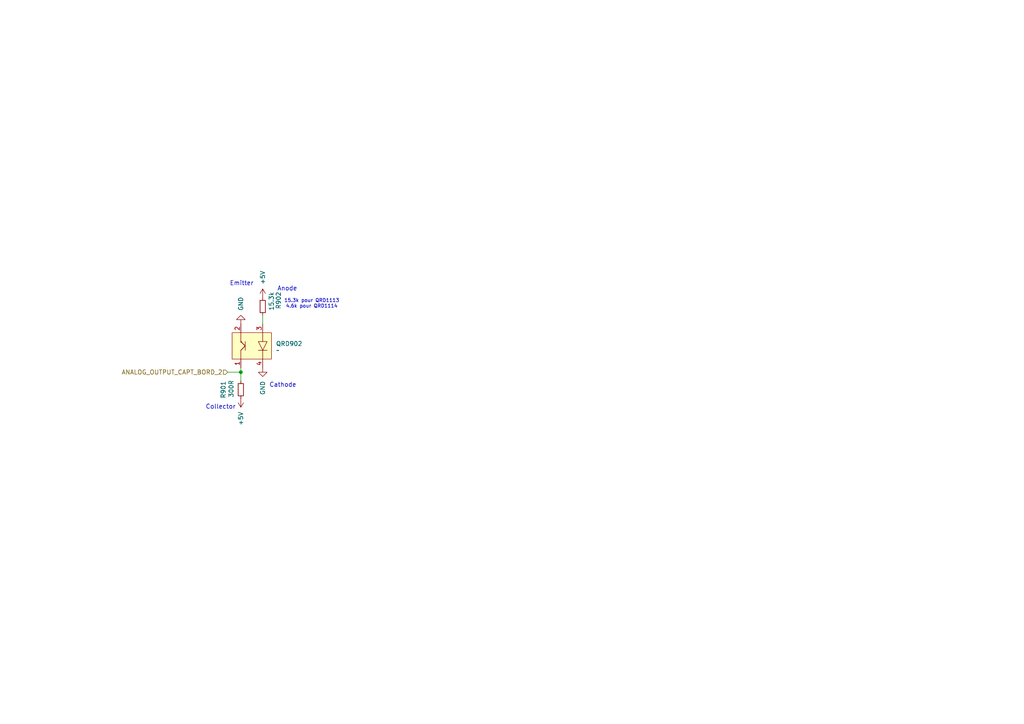
<source format=kicad_sch>
(kicad_sch (version 20231120) (generator "eeschema") (generator_version "8.0")
  (paper "A4")
  (lib_symbols
    (symbol "Device:R_Small" (pin_numbers hide) (pin_names (offset 0.254) hide)
      (property "Reference" "R" (at 0.762 0.508 0))
      (property "Value" "R_Small" (at 0.762 -1.016 0))
      (symbol "R_Small_0_1"
        (rectangle (start -0.762 1.778) (end 0.762 -1.778) (stroke (width 0.2032)))
      )
      (symbol "R_Small_1_1"
        (pin passive line (at 0 2.54 270) (length 0.762) (name "~") (number "1"))
        (pin passive line (at 0 -2.54 90) (length 0.762) (name "~") (number "2"))
      )
    )
    (symbol "QRD1113_1"
      (property "Reference" "QRD1113" (at 0 0 0))
      (symbol "QRD1113_1_1_1"
        (rectangle (start -17.78 3.81) (end -6.35 -3.81) (fill (type background)))
        (polyline (pts (xy -15.24 1.27) (xy -15.24 1.016) (xy -15.24 1.27) (xy -14.986 1.27)))
        (polyline (pts (xy -15.24 3.81) (xy -15.24 1.27) (xy -13.97 0) (xy -15.24 -1.27) (xy -15.24 -3.81) (xy -15.24 -1.27)))
        (polyline (pts (xy -13.97 1.27) (xy -13.97 -1.27) (xy -13.97 0) (xy -15.24 -1.27) (xy -13.97 0) (xy -15.24 1.27)))
        (polyline (pts (xy -8.89 3.81) (xy -8.89 1.27) (xy -7.62 1.27) (xy -8.89 -1.27) (xy -10.16 1.27) (xy -8.89 1.27) (xy -7.62 1.27) (xy -8.89 -1.27) (xy -10.16 -1.27) (xy -7.62 -1.27) (xy -8.89 -1.27) (xy -8.89 -3.81)))
        (pin bidirectional line (at -15.24 -3.81 270) (length 2.54) (name "") (number "1"))
        (pin bidirectional line (at -15.24 3.81 90) (length 2.54) (name "") (number "2"))
        (pin bidirectional line (at -8.89 3.81 90) (length 2.54) (name "") (number "3"))
        (pin bidirectional line (at -8.89 -3.81 270) (length 2.54) (name "") (number "4"))
      )
    )
    (symbol "power:+5V" (power) (pin_numbers hide) (pin_names (offset 0) hide)
      (property "Value" "+5V" (at 0 3.556 0))
      (symbol "+5V_0_1"
        (polyline (pts (xy -0.762 1.27) (xy 0 2.54)))
        (polyline (pts (xy 0 0) (xy 0 2.54)))
        (polyline (pts (xy 0 2.54) (xy 0.762 1.27)))
      )
      (symbol "+5V_1_1"
        (pin power_in line (at 0 0 90) (length 0) (name "~") (number "1"))
      )
    )
    (symbol "power:GND" (power) (pin_numbers hide) (pin_names (offset 0) hide)
      (property "Value" "GND" (at 0 -3.81 0))
      (symbol "GND_0_1"
        (polyline (pts (xy 0 0) (xy 0 -1.27) (xy 1.27 -1.27) (xy 0 -2.54) (xy -1.27 -1.27) (xy 0 -1.27)))
      )
      (symbol "GND_1_1"
        (pin power_in line (at 0 0 270) (length 0) (name "~") (number "1"))
      )
    )
  )
  (junction (at 69.85 107.95))
  (wire (pts (xy 69.85 106.68) (xy 69.85 107.95)))
  (wire (pts (xy 76.2 91.44) (xy 76.2 93.98)))
  (wire (pts (xy 66.04 107.95) (xy 69.85 107.95)))
  (wire (pts (xy 69.85 107.95) (xy 69.85 110.49)))
  (text "Emitter" (at 70.104 82.296 0) (effects (font (size 1.27 1.27))))
  (text "Cathode" (at 82.042 111.76 0) (effects (font (size 1.27 1.27))))
  (text "Anode" (at 83.312 83.82 0) (effects (font (size 1.27 1.27))))
  (text "Collector" (at 64.008 118.11 0) (effects (font (size 1.27 1.27))))
  (text "15.3k pour QRD1113\n4.6k pour QRD1114\n" (at 90.424 88.138 0) (effects (font (size 1 1))))
  (hierarchical_label "ANALOG_OUTPUT_CAPT_BORD_2" (shape input) (at 66.04 107.95 180))
  (symbol (lib_id "Device:R_Small") (at 69.85 113.03 180) (unit 1)
    (property "Reference" "R901" (at 64.77 113.03 90))
    (property "Value" "300R" (at 67.056 112.776 90))
    (property "Description" "Resistor, small symbol" (effects (hide yes)))
  )
  (symbol (lib_id "Device:R_Small") (at 76.2 88.9 180) (unit 1)
    (property "Reference" "R902" (at 80.772 87.122 90))
    (property "Value" "15.3k" (at 78.74 87.376 90))
    (property "Description" "Resistor, small symbol" (effects (hide yes)))
  )
  (symbol (lib_id "power:+5V") (at 76.2 86.36 0) (unit 1)
    (property "Reference" "#PWR0904" (effects (hide yes)))
    (property "Value" "+5V" (at 76.1999 82.55 90) (effects (justify left)))
    (property "Description" "Power symbol creates a global label with name \"+5V\"" (effects (hide yes)))
  )
  (symbol (lib_id "power:GND") (at 76.2 106.68 0) (unit 1)
    (property "Reference" "#PWR0902" (effects (hide yes)))
    (property "Value" "GND" (at 76.1999 110.49 90) (effects (justify right)))
    (property "Description" "Power symbol creates a global label with name \"GND\" , ground" (effects (hide yes)))
  )
  (symbol (lib_name "QRD1113_1") (lib_id "QRD1113:QRD1113") (at 85.09 100.33 0) (unit 1)
    (property "Reference" "QRD902" (at 80.01 99.6949 0) (effects (justify left)))
    (property "Value" "~" (at 80.01 101.6 0) (effects (justify left)))
    (property "Footprint" "Connector_JST:JST_EH_B4B-EH-A_1x04_P2.50mm_Vertical" (effects (hide yes)))
  )
  (symbol (lib_id "power:+5V") (at 69.85 115.57 180) (unit 1)
    (property "Reference" "#PWR0901" (effects (hide yes)))
    (property "Value" "+5V" (at 69.8499 119.38 90) (effects (justify left)))
    (property "Description" "Power symbol creates a global label with name \"+5V\"" (effects (hide yes)))
  )
  (symbol (lib_id "power:GND") (at 69.85 93.98 180) (unit 1)
    (property "Reference" "#PWR0903" (effects (hide yes)))
    (property "Value" "GND" (at 69.8499 90.17 90) (effects (justify right)))
    (property "Description" "Power symbol creates a global label with name \"GND\" , ground" (effects (hide yes)))
  )
)
</source>
